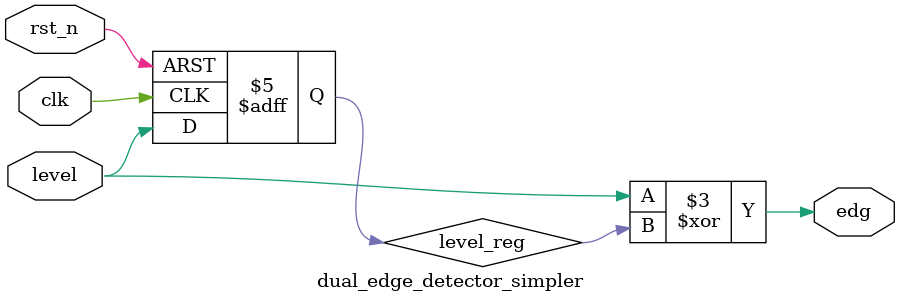
<source format=v>
`timescale 1ns / 1ps

module dual_edge_detector_simpler(
	input clk,rst_n,
	input level,
	output edg
    );
	 reg level_reg=0;
	 always @(posedge clk,negedge rst_n)
	 if(!rst_n) level_reg<=0;
	 else level_reg<=level;
	 assign edg=level^level_reg;
endmodule

</source>
